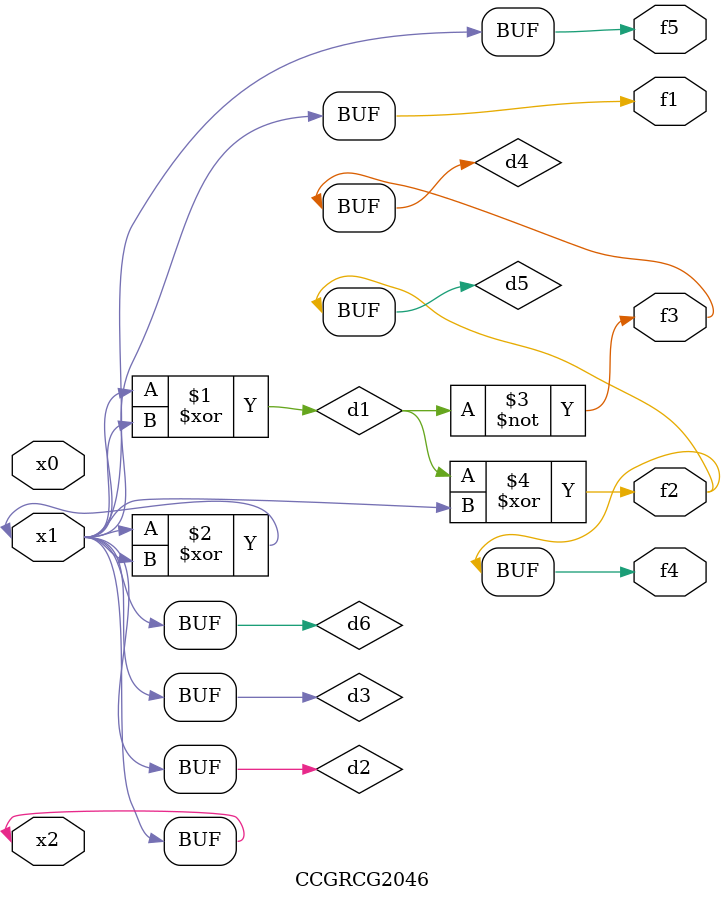
<source format=v>
module CCGRCG2046(
	input x0, x1, x2,
	output f1, f2, f3, f4, f5
);

	wire d1, d2, d3, d4, d5, d6;

	xor (d1, x1, x2);
	buf (d2, x1, x2);
	xor (d3, x1, x2);
	nor (d4, d1);
	xor (d5, d1, d2);
	buf (d6, d2, d3);
	assign f1 = d6;
	assign f2 = d5;
	assign f3 = d4;
	assign f4 = d5;
	assign f5 = d6;
endmodule

</source>
